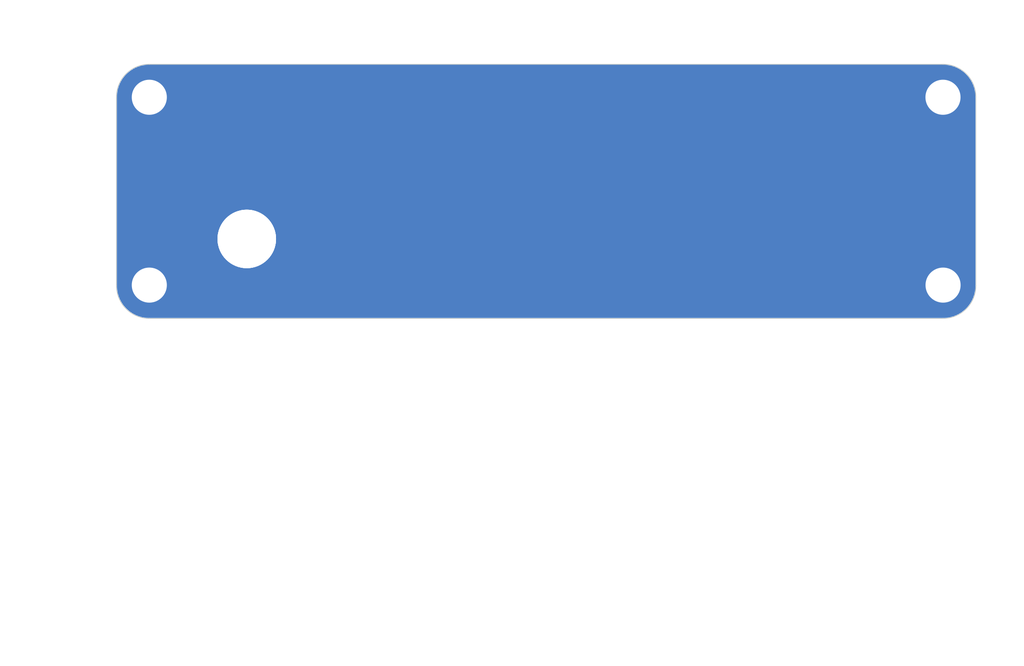
<source format=kicad_pcb>
(kicad_pcb (version 20221018) (generator pcbnew)
  (layers (0 "F.Cu" signal) (31 "B.Cu" signal) (34 "B.Paste" user) (35 "F.Paste" user) (36 "B.SilkS" user "B.Silkscreen") (37 "F.SilkS" user "F.Silkscreen") (38 "B.Mask" user) (39 "F.Mask" user) (44 "Edge.Cuts" user))
  (net 0 "")
  (net 1 "GND")
  (footprint "MountingHole:MountingHole_4.3mm_M4_Pad" (layer "F.Cu") (at 162.882794 82.996082)
    (fp_text reference "H4" hide)
    (fp_text value "MountingHole_Pad")
    (pad "1" thru_hole circle (at 0 0) (size 5 5) (drill 4.2) (layers "*.Cu" "*.Mask") (net 1 "GND"))
  )
  (footprint "MountingHole:MountingHole_4.3mm_M4_Pad" (layer "F.Cu") (at 67.882794 60.496082)
    (fp_text reference "H1" hide)
    (fp_text value "MountingHole_Pad")
    (pad "1" thru_hole circle (at 0 0) (size 5 5) (drill 4.2) (layers "*.Cu" "*.Mask") (net 1 "GND"))
  )
  (footprint "MountingHole:MountingHole_4.3mm_M4_Pad" (layer "F.Cu") (at 67.882794 82.996082)
    (fp_text reference "H3" hide)
    (fp_text value "MountingHole_Pad")
    (pad "1" thru_hole circle (at 0 0) (size 5 5) (drill 4.2) (layers "*.Cu" "*.Mask") (net 1 "GND"))
  )
  (footprint "MountingHole:MountingHole_4.3mm_M4_Pad" (layer "F.Cu") (at 162.872794 60.496082)
    (fp_text reference "H2" hide)
    (fp_text value "MountingHole_Pad")
    (pad "1" thru_hole circle (at 0 0) (size 5 5) (drill 4.2) (layers "*.Cu" "*.Mask") (net 1 "GND"))
  )
  (footprint "MountingHole:MountingHole_4.3mm_M4_Pad" (layer "F.Cu") (at 79.54873 77.46527)
    (fp_text reference "H5" hide)
    (fp_text value "MountingHole_Pad")
    (pad "1" thru_hole circle locked (at 0 0) (size 8 8) (drill 7) (layers "*.Cu" "*.Mask") (net 1 "GND"))
    (pad "1" thru_hole circle locked (at 0 0) (size 8 8) (drill 7) (layers "*.Cu" "*.Mask") (net 1 "GND"))
    (pad "1" thru_hole circle locked (at 0 0) (size 8 8) (drill 7) (layers "*.Cu" "*.Mask") (net 1 "GND"))
  )
  (gr_arc locked (start 162.882794 56.545996) (mid 165.654687 57.690027) (end 166.812793 60.45607) (stroke (width 0.1)) (layer "Edge.Cuts"))
  (gr_line locked (start 67.882794 86.98607) (end 162.882794 86.98607) (stroke (width 0.1)) (layer "Edge.Cuts"))
  (gr_arc locked (start 166.812794 83.05607) (mid 165.661724 85.835) (end 162.882794 86.98607) (stroke (width 0.1)) (layer "Edge.Cuts"))
  (gr_line locked (start 162.882794 56.546046) (end 67.882794 56.546046) (stroke (width 0.1)) (layer "Edge.Cuts"))
  (gr_arc locked (start 67.882794 86.98607) (mid 65.107394 85.838529) (end 63.952795 83.066058) (stroke (width 0.1)) (layer "Edge.Cuts"))
  (gr_arc locked (start 63.952795 60.466058) (mid 65.107394 57.693587) (end 67.882794 56.546046) (stroke (width 0.1)) (layer "Edge.Cuts"))
  (gr_line locked (start 63.952795 60.466058) (end 63.952795 83.066058) (stroke (width 0.1)) (layer "Edge.Cuts"))
  (gr_line locked (start 166.812794 60.45607) (end 166.812794 83.05607) (stroke (width 0.1)) (layer "Edge.Cuts"))
  (zone (net 1) (net_name "GND") (layer "F.Cu") (connect_pads yes (clearance 0)) (min_thickness 0.508) (fill yes (thermal_gap 0.508) (thermal_bridge_width 0.508))
    (polygon (pts (xy 59.882794 54.996082) (xy 168.882794 54.996082) (xy 168.882794 88.996082) (xy 59.882794 88.996082)))
  )
  (zone (net 1) (net_name "GND") (layer "B.Cu") (connect_pads yes (clearance 0.5)) (min_thickness 0.25) (fill yes (thermal_gap 0.5) (thermal_bridge_width 0.5))
    (polygon (pts (xy 61.882794 54.996082) (xy 168.882794 54.996082) (xy 168.882794 88.996082) (xy 61.882794 88.996082)))
  )
)
</source>
